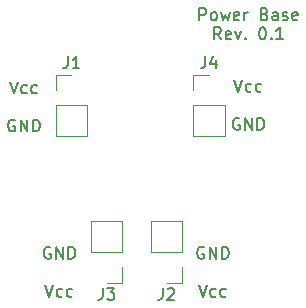
<source format=gto>
G04 #@! TF.GenerationSoftware,KiCad,Pcbnew,6.0.11-2627ca5db0~126~ubuntu22.04.1*
G04 #@! TF.CreationDate,2023-11-05T13:22:14+01:00*
G04 #@! TF.ProjectId,powerBase,706f7765-7242-4617-9365-2e6b69636164,rev?*
G04 #@! TF.SameCoordinates,Original*
G04 #@! TF.FileFunction,Legend,Top*
G04 #@! TF.FilePolarity,Positive*
%FSLAX46Y46*%
G04 Gerber Fmt 4.6, Leading zero omitted, Abs format (unit mm)*
G04 Created by KiCad (PCBNEW 6.0.11-2627ca5db0~126~ubuntu22.04.1) date 2023-11-05 13:22:14*
%MOMM*%
%LPD*%
G01*
G04 APERTURE LIST*
%ADD10C,0.150000*%
%ADD11C,0.120000*%
%ADD12R,1.700000X1.700000*%
%ADD13O,1.700000X1.700000*%
G04 APERTURE END LIST*
D10*
X131238095Y-81890000D02*
X131142857Y-81842380D01*
X131000000Y-81842380D01*
X130857142Y-81890000D01*
X130761904Y-81985238D01*
X130714285Y-82080476D01*
X130666666Y-82270952D01*
X130666666Y-82413809D01*
X130714285Y-82604285D01*
X130761904Y-82699523D01*
X130857142Y-82794761D01*
X131000000Y-82842380D01*
X131095238Y-82842380D01*
X131238095Y-82794761D01*
X131285714Y-82747142D01*
X131285714Y-82413809D01*
X131095238Y-82413809D01*
X131714285Y-82842380D02*
X131714285Y-81842380D01*
X132285714Y-82842380D01*
X132285714Y-81842380D01*
X132761904Y-82842380D02*
X132761904Y-81842380D01*
X133000000Y-81842380D01*
X133142857Y-81890000D01*
X133238095Y-81985238D01*
X133285714Y-82080476D01*
X133333333Y-82270952D01*
X133333333Y-82413809D01*
X133285714Y-82604285D01*
X133238095Y-82699523D01*
X133142857Y-82794761D01*
X133000000Y-82842380D01*
X132761904Y-82842380D01*
X130809523Y-85062380D02*
X131142857Y-86062380D01*
X131476190Y-85062380D01*
X132238095Y-86014761D02*
X132142857Y-86062380D01*
X131952380Y-86062380D01*
X131857142Y-86014761D01*
X131809523Y-85967142D01*
X131761904Y-85871904D01*
X131761904Y-85586190D01*
X131809523Y-85490952D01*
X131857142Y-85443333D01*
X131952380Y-85395714D01*
X132142857Y-85395714D01*
X132238095Y-85443333D01*
X133095238Y-86014761D02*
X133000000Y-86062380D01*
X132809523Y-86062380D01*
X132714285Y-86014761D01*
X132666666Y-85967142D01*
X132619047Y-85871904D01*
X132619047Y-85586190D01*
X132666666Y-85490952D01*
X132714285Y-85443333D01*
X132809523Y-85395714D01*
X133000000Y-85395714D01*
X133095238Y-85443333D01*
X114809523Y-67842380D02*
X115142857Y-68842380D01*
X115476190Y-67842380D01*
X116238095Y-68794761D02*
X116142857Y-68842380D01*
X115952380Y-68842380D01*
X115857142Y-68794761D01*
X115809523Y-68747142D01*
X115761904Y-68651904D01*
X115761904Y-68366190D01*
X115809523Y-68270952D01*
X115857142Y-68223333D01*
X115952380Y-68175714D01*
X116142857Y-68175714D01*
X116238095Y-68223333D01*
X117095238Y-68794761D02*
X117000000Y-68842380D01*
X116809523Y-68842380D01*
X116714285Y-68794761D01*
X116666666Y-68747142D01*
X116619047Y-68651904D01*
X116619047Y-68366190D01*
X116666666Y-68270952D01*
X116714285Y-68223333D01*
X116809523Y-68175714D01*
X117000000Y-68175714D01*
X117095238Y-68223333D01*
X115238095Y-71110000D02*
X115142857Y-71062380D01*
X115000000Y-71062380D01*
X114857142Y-71110000D01*
X114761904Y-71205238D01*
X114714285Y-71300476D01*
X114666666Y-71490952D01*
X114666666Y-71633809D01*
X114714285Y-71824285D01*
X114761904Y-71919523D01*
X114857142Y-72014761D01*
X115000000Y-72062380D01*
X115095238Y-72062380D01*
X115238095Y-72014761D01*
X115285714Y-71967142D01*
X115285714Y-71633809D01*
X115095238Y-71633809D01*
X115714285Y-72062380D02*
X115714285Y-71062380D01*
X116285714Y-72062380D01*
X116285714Y-71062380D01*
X116761904Y-72062380D02*
X116761904Y-71062380D01*
X117000000Y-71062380D01*
X117142857Y-71110000D01*
X117238095Y-71205238D01*
X117285714Y-71300476D01*
X117333333Y-71490952D01*
X117333333Y-71633809D01*
X117285714Y-71824285D01*
X117238095Y-71919523D01*
X117142857Y-72014761D01*
X117000000Y-72062380D01*
X116761904Y-72062380D01*
X133809523Y-67697380D02*
X134142857Y-68697380D01*
X134476190Y-67697380D01*
X135238095Y-68649761D02*
X135142857Y-68697380D01*
X134952380Y-68697380D01*
X134857142Y-68649761D01*
X134809523Y-68602142D01*
X134761904Y-68506904D01*
X134761904Y-68221190D01*
X134809523Y-68125952D01*
X134857142Y-68078333D01*
X134952380Y-68030714D01*
X135142857Y-68030714D01*
X135238095Y-68078333D01*
X136095238Y-68649761D02*
X136000000Y-68697380D01*
X135809523Y-68697380D01*
X135714285Y-68649761D01*
X135666666Y-68602142D01*
X135619047Y-68506904D01*
X135619047Y-68221190D01*
X135666666Y-68125952D01*
X135714285Y-68078333D01*
X135809523Y-68030714D01*
X136000000Y-68030714D01*
X136095238Y-68078333D01*
X134238095Y-70965000D02*
X134142857Y-70917380D01*
X134000000Y-70917380D01*
X133857142Y-70965000D01*
X133761904Y-71060238D01*
X133714285Y-71155476D01*
X133666666Y-71345952D01*
X133666666Y-71488809D01*
X133714285Y-71679285D01*
X133761904Y-71774523D01*
X133857142Y-71869761D01*
X134000000Y-71917380D01*
X134095238Y-71917380D01*
X134238095Y-71869761D01*
X134285714Y-71822142D01*
X134285714Y-71488809D01*
X134095238Y-71488809D01*
X134714285Y-71917380D02*
X134714285Y-70917380D01*
X135285714Y-71917380D01*
X135285714Y-70917380D01*
X135761904Y-71917380D02*
X135761904Y-70917380D01*
X136000000Y-70917380D01*
X136142857Y-70965000D01*
X136238095Y-71060238D01*
X136285714Y-71155476D01*
X136333333Y-71345952D01*
X136333333Y-71488809D01*
X136285714Y-71679285D01*
X136238095Y-71774523D01*
X136142857Y-71869761D01*
X136000000Y-71917380D01*
X135761904Y-71917380D01*
X130857142Y-62647380D02*
X130857142Y-61647380D01*
X131238095Y-61647380D01*
X131333333Y-61695000D01*
X131380952Y-61742619D01*
X131428571Y-61837857D01*
X131428571Y-61980714D01*
X131380952Y-62075952D01*
X131333333Y-62123571D01*
X131238095Y-62171190D01*
X130857142Y-62171190D01*
X132000000Y-62647380D02*
X131904761Y-62599761D01*
X131857142Y-62552142D01*
X131809523Y-62456904D01*
X131809523Y-62171190D01*
X131857142Y-62075952D01*
X131904761Y-62028333D01*
X132000000Y-61980714D01*
X132142857Y-61980714D01*
X132238095Y-62028333D01*
X132285714Y-62075952D01*
X132333333Y-62171190D01*
X132333333Y-62456904D01*
X132285714Y-62552142D01*
X132238095Y-62599761D01*
X132142857Y-62647380D01*
X132000000Y-62647380D01*
X132666666Y-61980714D02*
X132857142Y-62647380D01*
X133047619Y-62171190D01*
X133238095Y-62647380D01*
X133428571Y-61980714D01*
X134190476Y-62599761D02*
X134095238Y-62647380D01*
X133904761Y-62647380D01*
X133809523Y-62599761D01*
X133761904Y-62504523D01*
X133761904Y-62123571D01*
X133809523Y-62028333D01*
X133904761Y-61980714D01*
X134095238Y-61980714D01*
X134190476Y-62028333D01*
X134238095Y-62123571D01*
X134238095Y-62218809D01*
X133761904Y-62314047D01*
X134666666Y-62647380D02*
X134666666Y-61980714D01*
X134666666Y-62171190D02*
X134714285Y-62075952D01*
X134761904Y-62028333D01*
X134857142Y-61980714D01*
X134952380Y-61980714D01*
X136380952Y-62123571D02*
X136523809Y-62171190D01*
X136571428Y-62218809D01*
X136619047Y-62314047D01*
X136619047Y-62456904D01*
X136571428Y-62552142D01*
X136523809Y-62599761D01*
X136428571Y-62647380D01*
X136047619Y-62647380D01*
X136047619Y-61647380D01*
X136380952Y-61647380D01*
X136476190Y-61695000D01*
X136523809Y-61742619D01*
X136571428Y-61837857D01*
X136571428Y-61933095D01*
X136523809Y-62028333D01*
X136476190Y-62075952D01*
X136380952Y-62123571D01*
X136047619Y-62123571D01*
X137476190Y-62647380D02*
X137476190Y-62123571D01*
X137428571Y-62028333D01*
X137333333Y-61980714D01*
X137142857Y-61980714D01*
X137047619Y-62028333D01*
X137476190Y-62599761D02*
X137380952Y-62647380D01*
X137142857Y-62647380D01*
X137047619Y-62599761D01*
X137000000Y-62504523D01*
X137000000Y-62409285D01*
X137047619Y-62314047D01*
X137142857Y-62266428D01*
X137380952Y-62266428D01*
X137476190Y-62218809D01*
X137904761Y-62599761D02*
X138000000Y-62647380D01*
X138190476Y-62647380D01*
X138285714Y-62599761D01*
X138333333Y-62504523D01*
X138333333Y-62456904D01*
X138285714Y-62361666D01*
X138190476Y-62314047D01*
X138047619Y-62314047D01*
X137952380Y-62266428D01*
X137904761Y-62171190D01*
X137904761Y-62123571D01*
X137952380Y-62028333D01*
X138047619Y-61980714D01*
X138190476Y-61980714D01*
X138285714Y-62028333D01*
X139142857Y-62599761D02*
X139047619Y-62647380D01*
X138857142Y-62647380D01*
X138761904Y-62599761D01*
X138714285Y-62504523D01*
X138714285Y-62123571D01*
X138761904Y-62028333D01*
X138857142Y-61980714D01*
X139047619Y-61980714D01*
X139142857Y-62028333D01*
X139190476Y-62123571D01*
X139190476Y-62218809D01*
X138714285Y-62314047D01*
X132690476Y-64257380D02*
X132357142Y-63781190D01*
X132119047Y-64257380D02*
X132119047Y-63257380D01*
X132500000Y-63257380D01*
X132595238Y-63305000D01*
X132642857Y-63352619D01*
X132690476Y-63447857D01*
X132690476Y-63590714D01*
X132642857Y-63685952D01*
X132595238Y-63733571D01*
X132500000Y-63781190D01*
X132119047Y-63781190D01*
X133500000Y-64209761D02*
X133404761Y-64257380D01*
X133214285Y-64257380D01*
X133119047Y-64209761D01*
X133071428Y-64114523D01*
X133071428Y-63733571D01*
X133119047Y-63638333D01*
X133214285Y-63590714D01*
X133404761Y-63590714D01*
X133500000Y-63638333D01*
X133547619Y-63733571D01*
X133547619Y-63828809D01*
X133071428Y-63924047D01*
X133880952Y-63590714D02*
X134119047Y-64257380D01*
X134357142Y-63590714D01*
X134738095Y-64162142D02*
X134785714Y-64209761D01*
X134738095Y-64257380D01*
X134690476Y-64209761D01*
X134738095Y-64162142D01*
X134738095Y-64257380D01*
X136166666Y-63257380D02*
X136261904Y-63257380D01*
X136357142Y-63305000D01*
X136404761Y-63352619D01*
X136452380Y-63447857D01*
X136500000Y-63638333D01*
X136500000Y-63876428D01*
X136452380Y-64066904D01*
X136404761Y-64162142D01*
X136357142Y-64209761D01*
X136261904Y-64257380D01*
X136166666Y-64257380D01*
X136071428Y-64209761D01*
X136023809Y-64162142D01*
X135976190Y-64066904D01*
X135928571Y-63876428D01*
X135928571Y-63638333D01*
X135976190Y-63447857D01*
X136023809Y-63352619D01*
X136071428Y-63305000D01*
X136166666Y-63257380D01*
X136928571Y-64162142D02*
X136976190Y-64209761D01*
X136928571Y-64257380D01*
X136880952Y-64209761D01*
X136928571Y-64162142D01*
X136928571Y-64257380D01*
X137928571Y-64257380D02*
X137357142Y-64257380D01*
X137642857Y-64257380D02*
X137642857Y-63257380D01*
X137547619Y-63400238D01*
X137452380Y-63495476D01*
X137357142Y-63543095D01*
X118238095Y-81890000D02*
X118142857Y-81842380D01*
X118000000Y-81842380D01*
X117857142Y-81890000D01*
X117761904Y-81985238D01*
X117714285Y-82080476D01*
X117666666Y-82270952D01*
X117666666Y-82413809D01*
X117714285Y-82604285D01*
X117761904Y-82699523D01*
X117857142Y-82794761D01*
X118000000Y-82842380D01*
X118095238Y-82842380D01*
X118238095Y-82794761D01*
X118285714Y-82747142D01*
X118285714Y-82413809D01*
X118095238Y-82413809D01*
X118714285Y-82842380D02*
X118714285Y-81842380D01*
X119285714Y-82842380D01*
X119285714Y-81842380D01*
X119761904Y-82842380D02*
X119761904Y-81842380D01*
X120000000Y-81842380D01*
X120142857Y-81890000D01*
X120238095Y-81985238D01*
X120285714Y-82080476D01*
X120333333Y-82270952D01*
X120333333Y-82413809D01*
X120285714Y-82604285D01*
X120238095Y-82699523D01*
X120142857Y-82794761D01*
X120000000Y-82842380D01*
X119761904Y-82842380D01*
X117809523Y-85062380D02*
X118142857Y-86062380D01*
X118476190Y-85062380D01*
X119238095Y-86014761D02*
X119142857Y-86062380D01*
X118952380Y-86062380D01*
X118857142Y-86014761D01*
X118809523Y-85967142D01*
X118761904Y-85871904D01*
X118761904Y-85586190D01*
X118809523Y-85490952D01*
X118857142Y-85443333D01*
X118952380Y-85395714D01*
X119142857Y-85395714D01*
X119238095Y-85443333D01*
X120095238Y-86014761D02*
X120000000Y-86062380D01*
X119809523Y-86062380D01*
X119714285Y-86014761D01*
X119666666Y-85967142D01*
X119619047Y-85871904D01*
X119619047Y-85586190D01*
X119666666Y-85490952D01*
X119714285Y-85443333D01*
X119809523Y-85395714D01*
X120000000Y-85395714D01*
X120095238Y-85443333D01*
X122666666Y-85322380D02*
X122666666Y-86036666D01*
X122619047Y-86179523D01*
X122523809Y-86274761D01*
X122380952Y-86322380D01*
X122285714Y-86322380D01*
X123047619Y-85322380D02*
X123666666Y-85322380D01*
X123333333Y-85703333D01*
X123476190Y-85703333D01*
X123571428Y-85750952D01*
X123619047Y-85798571D01*
X123666666Y-85893809D01*
X123666666Y-86131904D01*
X123619047Y-86227142D01*
X123571428Y-86274761D01*
X123476190Y-86322380D01*
X123190476Y-86322380D01*
X123095238Y-86274761D01*
X123047619Y-86227142D01*
X119691666Y-65707380D02*
X119691666Y-66421666D01*
X119644047Y-66564523D01*
X119548809Y-66659761D01*
X119405952Y-66707380D01*
X119310714Y-66707380D01*
X120691666Y-66707380D02*
X120120238Y-66707380D01*
X120405952Y-66707380D02*
X120405952Y-65707380D01*
X120310714Y-65850238D01*
X120215476Y-65945476D01*
X120120238Y-65993095D01*
X131336666Y-65707380D02*
X131336666Y-66421666D01*
X131289047Y-66564523D01*
X131193809Y-66659761D01*
X131050952Y-66707380D01*
X130955714Y-66707380D01*
X132241428Y-66040714D02*
X132241428Y-66707380D01*
X132003333Y-65659761D02*
X131765238Y-66374047D01*
X132384285Y-66374047D01*
X127741666Y-85322380D02*
X127741666Y-86036666D01*
X127694047Y-86179523D01*
X127598809Y-86274761D01*
X127455952Y-86322380D01*
X127360714Y-86322380D01*
X128170238Y-85417619D02*
X128217857Y-85370000D01*
X128313095Y-85322380D01*
X128551190Y-85322380D01*
X128646428Y-85370000D01*
X128694047Y-85417619D01*
X128741666Y-85512857D01*
X128741666Y-85608095D01*
X128694047Y-85750952D01*
X128122619Y-86322380D01*
X128741666Y-86322380D01*
D11*
X124330000Y-82270000D02*
X121670000Y-82270000D01*
X124330000Y-83540000D02*
X124330000Y-84870000D01*
X124330000Y-82270000D02*
X124330000Y-79670000D01*
X124330000Y-84870000D02*
X123000000Y-84870000D01*
X121670000Y-82270000D02*
X121670000Y-79670000D01*
X124330000Y-79670000D02*
X121670000Y-79670000D01*
X121355000Y-69855000D02*
X121355000Y-72455000D01*
X118695000Y-67255000D02*
X120025000Y-67255000D01*
X118695000Y-69855000D02*
X118695000Y-72455000D01*
X118695000Y-68585000D02*
X118695000Y-67255000D01*
X118695000Y-72455000D02*
X121355000Y-72455000D01*
X118695000Y-69855000D02*
X121355000Y-69855000D01*
X130340000Y-72455000D02*
X133000000Y-72455000D01*
X130340000Y-67255000D02*
X131670000Y-67255000D01*
X130340000Y-68585000D02*
X130340000Y-67255000D01*
X133000000Y-69855000D02*
X133000000Y-72455000D01*
X130340000Y-69855000D02*
X130340000Y-72455000D01*
X130340000Y-69855000D02*
X133000000Y-69855000D01*
X129405000Y-83540000D02*
X129405000Y-84870000D01*
X129405000Y-82270000D02*
X129405000Y-79670000D01*
X129405000Y-79670000D02*
X126745000Y-79670000D01*
X129405000Y-82270000D02*
X126745000Y-82270000D01*
X126745000Y-82270000D02*
X126745000Y-79670000D01*
X129405000Y-84870000D02*
X128075000Y-84870000D01*
%LPC*%
D12*
X123000000Y-83540000D03*
D13*
X123000000Y-81000000D03*
D12*
X120025000Y-68585000D03*
D13*
X120025000Y-71125000D03*
D12*
X131670000Y-68585000D03*
D13*
X131670000Y-71125000D03*
D12*
X128075000Y-83540000D03*
D13*
X128075000Y-81000000D03*
M02*

</source>
